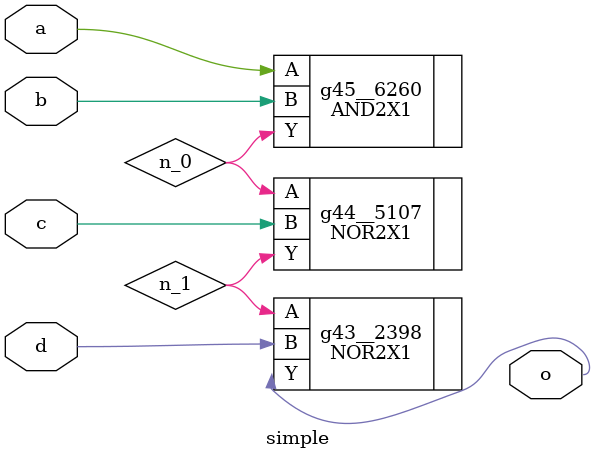
<source format=v>
module simple(a, b, c, d, o);
  input a, b, c, d;
  output o;
  wire a, b, c, d;
  wire o;
  wire n_0, n_1;
  NOR2X1 g43__2398(.A (n_1), .B (d), .Y (o));
  NOR2X1 g44__5107(.A (n_0), .B (c), .Y (n_1));
  AND2X1 g45__6260(.A (a), .B (b), .Y (n_0));
endmodule


</source>
